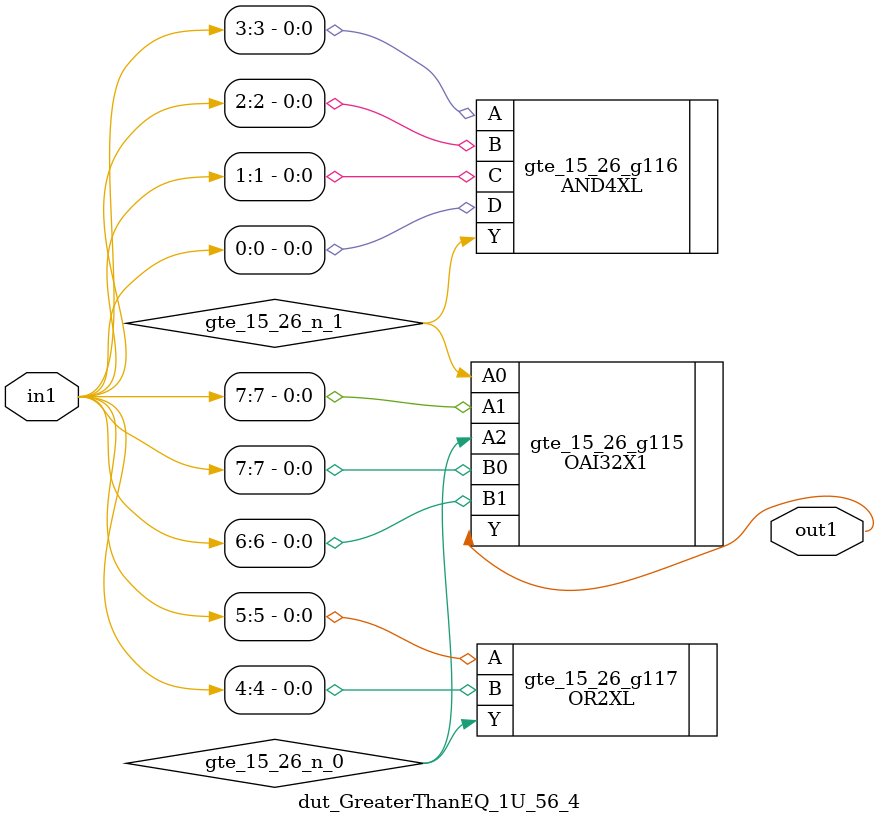
<source format=v>
`timescale 1ps / 1ps


module dut_GreaterThanEQ_1U_56_4(in1, out1);
  input [7:0] in1;
  output out1;
  wire [7:0] in1;
  wire out1;
  wire gte_15_26_n_0, gte_15_26_n_1;
  OAI32X1 gte_15_26_g115(.A0 (gte_15_26_n_1), .A1 (in1[7]), .A2
       (gte_15_26_n_0), .B0 (in1[7]), .B1 (in1[6]), .Y (out1));
  AND4XL gte_15_26_g116(.A (in1[3]), .B (in1[2]), .C (in1[1]), .D
       (in1[0]), .Y (gte_15_26_n_1));
  OR2XL gte_15_26_g117(.A (in1[5]), .B (in1[4]), .Y (gte_15_26_n_0));
endmodule



</source>
